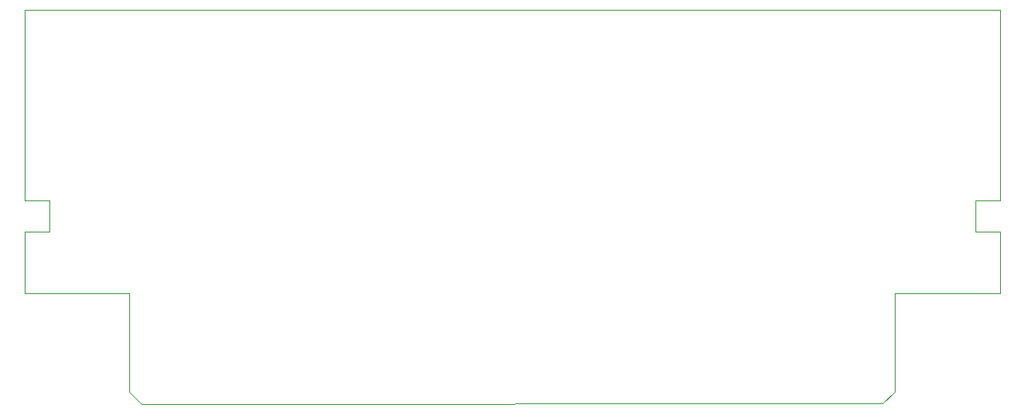
<source format=gbr>
%FSLAX34Y34*%
%MOMM*%
%LNOUTLINE*%
G71*
G01*
%ADD10C,0.000*%
%LPD*%
G54D10*
X0Y406400D02*
X1003300Y406400D01*
X1003300Y209550D01*
X977900Y209550D01*
X977900Y177800D01*
X1003300Y177800D01*
X1003300Y114300D01*
X895350Y114300D01*
X895350Y12700D01*
X882793Y606D01*
X120650Y0D01*
X107950Y12700D01*
X107950Y114300D01*
X0Y114300D01*
X0Y177800D01*
X25400Y177800D01*
X25400Y209550D01*
X0Y209550D01*
X0Y406400D01*
M02*

</source>
